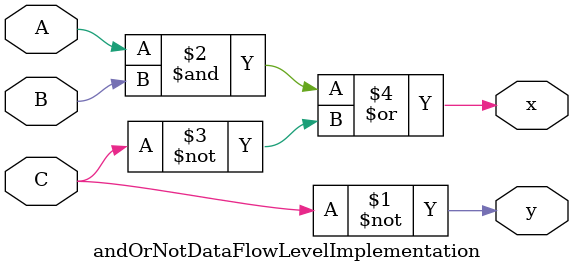
<source format=v>

module andOrNotDataFlowLevelImplementation(A,B,C,x,y);

input A,B,C;
output x,y;

assign y=~C;
assign x=((A & B) | ~C);

endmodule

</source>
